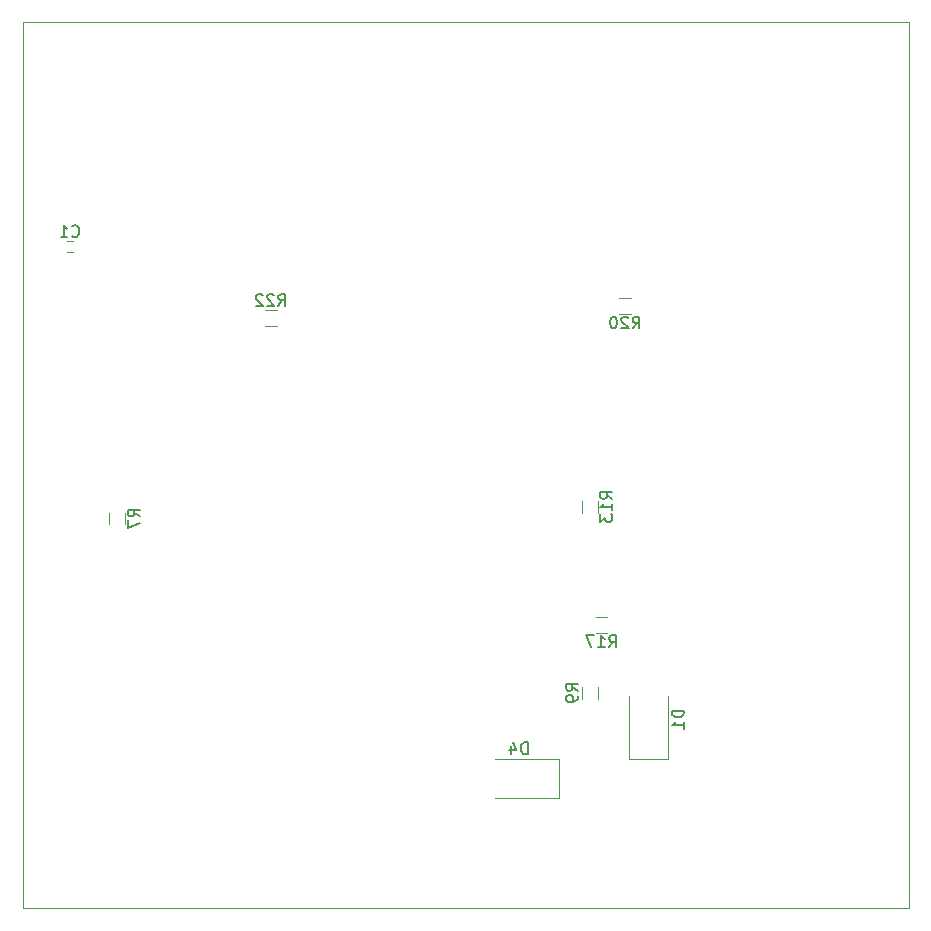
<source format=gbo>
G04 #@! TF.GenerationSoftware,KiCad,Pcbnew,(5.0.1)-3*
G04 #@! TF.CreationDate,2018-11-29T07:36:30-08:00*
G04 #@! TF.ProjectId,DashSight-Mezzanine-Card,4461736853696768742D4D657A7A616E,rev?*
G04 #@! TF.SameCoordinates,Original*
G04 #@! TF.FileFunction,Legend,Bot*
G04 #@! TF.FilePolarity,Positive*
%FSLAX46Y46*%
G04 Gerber Fmt 4.6, Leading zero omitted, Abs format (unit mm)*
G04 Created by KiCad (PCBNEW (5.0.1)-3) date 29/11/2018 7:36:30 AM*
%MOMM*%
%LPD*%
G01*
G04 APERTURE LIST*
%ADD10C,0.100000*%
%ADD11C,0.120000*%
%ADD12C,0.150000*%
G04 APERTURE END LIST*
D10*
X125000000Y-125000000D02*
X125000000Y-50000000D01*
X200000000Y-125000000D02*
X125000000Y-125000000D01*
X200000000Y-50000000D02*
X200000000Y-125000000D01*
X125000000Y-50000000D02*
X200000000Y-50000000D01*
D11*
G04 #@! TO.C,R9*
X173680000Y-107250000D02*
X173680000Y-106250000D01*
X172320000Y-106250000D02*
X172320000Y-107250000D01*
G04 #@! TO.C,C1*
X128750000Y-68530000D02*
X129250000Y-68530000D01*
X129250000Y-69470000D02*
X128750000Y-69470000D01*
G04 #@! TO.C,D4*
X170400000Y-112350000D02*
X170400000Y-115650000D01*
X170400000Y-115650000D02*
X165000000Y-115650000D01*
X170400000Y-112350000D02*
X165000000Y-112350000D01*
G04 #@! TO.C,D1*
X179650000Y-112400000D02*
X176350000Y-112400000D01*
X176350000Y-112400000D02*
X176350000Y-107000000D01*
X179650000Y-112400000D02*
X179650000Y-107000000D01*
G04 #@! TO.C,R20*
X176500000Y-73320000D02*
X175500000Y-73320000D01*
X175500000Y-74680000D02*
X176500000Y-74680000D01*
G04 #@! TO.C,R22*
X145500000Y-75680000D02*
X146500000Y-75680000D01*
X146500000Y-74320000D02*
X145500000Y-74320000D01*
G04 #@! TO.C,R13*
X172320000Y-90500000D02*
X172320000Y-91500000D01*
X173680000Y-91500000D02*
X173680000Y-90500000D01*
G04 #@! TO.C,R17*
X174500000Y-100320000D02*
X173500000Y-100320000D01*
X173500000Y-101680000D02*
X174500000Y-101680000D01*
G04 #@! TO.C,R7*
X132320000Y-91500000D02*
X132320000Y-92500000D01*
X133680000Y-92500000D02*
X133680000Y-91500000D01*
G04 #@! TD*
G04 #@! TO.C,R9*
D12*
X172002380Y-106583333D02*
X171526190Y-106250000D01*
X172002380Y-106011904D02*
X171002380Y-106011904D01*
X171002380Y-106392857D01*
X171050000Y-106488095D01*
X171097619Y-106535714D01*
X171192857Y-106583333D01*
X171335714Y-106583333D01*
X171430952Y-106535714D01*
X171478571Y-106488095D01*
X171526190Y-106392857D01*
X171526190Y-106011904D01*
X172002380Y-107059523D02*
X172002380Y-107250000D01*
X171954761Y-107345238D01*
X171907142Y-107392857D01*
X171764285Y-107488095D01*
X171573809Y-107535714D01*
X171192857Y-107535714D01*
X171097619Y-107488095D01*
X171050000Y-107440476D01*
X171002380Y-107345238D01*
X171002380Y-107154761D01*
X171050000Y-107059523D01*
X171097619Y-107011904D01*
X171192857Y-106964285D01*
X171430952Y-106964285D01*
X171526190Y-107011904D01*
X171573809Y-107059523D01*
X171621428Y-107154761D01*
X171621428Y-107345238D01*
X171573809Y-107440476D01*
X171526190Y-107488095D01*
X171430952Y-107535714D01*
G04 #@! TO.C,C1*
X129166666Y-68087142D02*
X129214285Y-68134761D01*
X129357142Y-68182380D01*
X129452380Y-68182380D01*
X129595238Y-68134761D01*
X129690476Y-68039523D01*
X129738095Y-67944285D01*
X129785714Y-67753809D01*
X129785714Y-67610952D01*
X129738095Y-67420476D01*
X129690476Y-67325238D01*
X129595238Y-67230000D01*
X129452380Y-67182380D01*
X129357142Y-67182380D01*
X129214285Y-67230000D01*
X129166666Y-67277619D01*
X128214285Y-68182380D02*
X128785714Y-68182380D01*
X128500000Y-68182380D02*
X128500000Y-67182380D01*
X128595238Y-67325238D01*
X128690476Y-67420476D01*
X128785714Y-67468095D01*
G04 #@! TO.C,D4*
X167738095Y-111952380D02*
X167738095Y-110952380D01*
X167500000Y-110952380D01*
X167357142Y-111000000D01*
X167261904Y-111095238D01*
X167214285Y-111190476D01*
X167166666Y-111380952D01*
X167166666Y-111523809D01*
X167214285Y-111714285D01*
X167261904Y-111809523D01*
X167357142Y-111904761D01*
X167500000Y-111952380D01*
X167738095Y-111952380D01*
X166309523Y-111285714D02*
X166309523Y-111952380D01*
X166547619Y-110904761D02*
X166785714Y-111619047D01*
X166166666Y-111619047D01*
G04 #@! TO.C,D1*
X180952380Y-108261904D02*
X179952380Y-108261904D01*
X179952380Y-108500000D01*
X180000000Y-108642857D01*
X180095238Y-108738095D01*
X180190476Y-108785714D01*
X180380952Y-108833333D01*
X180523809Y-108833333D01*
X180714285Y-108785714D01*
X180809523Y-108738095D01*
X180904761Y-108642857D01*
X180952380Y-108500000D01*
X180952380Y-108261904D01*
X180952380Y-109785714D02*
X180952380Y-109214285D01*
X180952380Y-109500000D02*
X179952380Y-109500000D01*
X180095238Y-109404761D01*
X180190476Y-109309523D01*
X180238095Y-109214285D01*
G04 #@! TO.C,R20*
X176642857Y-75902380D02*
X176976190Y-75426190D01*
X177214285Y-75902380D02*
X177214285Y-74902380D01*
X176833333Y-74902380D01*
X176738095Y-74950000D01*
X176690476Y-74997619D01*
X176642857Y-75092857D01*
X176642857Y-75235714D01*
X176690476Y-75330952D01*
X176738095Y-75378571D01*
X176833333Y-75426190D01*
X177214285Y-75426190D01*
X176261904Y-74997619D02*
X176214285Y-74950000D01*
X176119047Y-74902380D01*
X175880952Y-74902380D01*
X175785714Y-74950000D01*
X175738095Y-74997619D01*
X175690476Y-75092857D01*
X175690476Y-75188095D01*
X175738095Y-75330952D01*
X176309523Y-75902380D01*
X175690476Y-75902380D01*
X175071428Y-74902380D02*
X174976190Y-74902380D01*
X174880952Y-74950000D01*
X174833333Y-74997619D01*
X174785714Y-75092857D01*
X174738095Y-75283333D01*
X174738095Y-75521428D01*
X174785714Y-75711904D01*
X174833333Y-75807142D01*
X174880952Y-75854761D01*
X174976190Y-75902380D01*
X175071428Y-75902380D01*
X175166666Y-75854761D01*
X175214285Y-75807142D01*
X175261904Y-75711904D01*
X175309523Y-75521428D01*
X175309523Y-75283333D01*
X175261904Y-75092857D01*
X175214285Y-74997619D01*
X175166666Y-74950000D01*
X175071428Y-74902380D01*
G04 #@! TO.C,R22*
X146642857Y-74002380D02*
X146976190Y-73526190D01*
X147214285Y-74002380D02*
X147214285Y-73002380D01*
X146833333Y-73002380D01*
X146738095Y-73050000D01*
X146690476Y-73097619D01*
X146642857Y-73192857D01*
X146642857Y-73335714D01*
X146690476Y-73430952D01*
X146738095Y-73478571D01*
X146833333Y-73526190D01*
X147214285Y-73526190D01*
X146261904Y-73097619D02*
X146214285Y-73050000D01*
X146119047Y-73002380D01*
X145880952Y-73002380D01*
X145785714Y-73050000D01*
X145738095Y-73097619D01*
X145690476Y-73192857D01*
X145690476Y-73288095D01*
X145738095Y-73430952D01*
X146309523Y-74002380D01*
X145690476Y-74002380D01*
X145309523Y-73097619D02*
X145261904Y-73050000D01*
X145166666Y-73002380D01*
X144928571Y-73002380D01*
X144833333Y-73050000D01*
X144785714Y-73097619D01*
X144738095Y-73192857D01*
X144738095Y-73288095D01*
X144785714Y-73430952D01*
X145357142Y-74002380D01*
X144738095Y-74002380D01*
G04 #@! TO.C,R13*
X174902380Y-90357142D02*
X174426190Y-90023809D01*
X174902380Y-89785714D02*
X173902380Y-89785714D01*
X173902380Y-90166666D01*
X173950000Y-90261904D01*
X173997619Y-90309523D01*
X174092857Y-90357142D01*
X174235714Y-90357142D01*
X174330952Y-90309523D01*
X174378571Y-90261904D01*
X174426190Y-90166666D01*
X174426190Y-89785714D01*
X174902380Y-91309523D02*
X174902380Y-90738095D01*
X174902380Y-91023809D02*
X173902380Y-91023809D01*
X174045238Y-90928571D01*
X174140476Y-90833333D01*
X174188095Y-90738095D01*
X173902380Y-91642857D02*
X173902380Y-92261904D01*
X174283333Y-91928571D01*
X174283333Y-92071428D01*
X174330952Y-92166666D01*
X174378571Y-92214285D01*
X174473809Y-92261904D01*
X174711904Y-92261904D01*
X174807142Y-92214285D01*
X174854761Y-92166666D01*
X174902380Y-92071428D01*
X174902380Y-91785714D01*
X174854761Y-91690476D01*
X174807142Y-91642857D01*
G04 #@! TO.C,R17*
X174642857Y-102902380D02*
X174976190Y-102426190D01*
X175214285Y-102902380D02*
X175214285Y-101902380D01*
X174833333Y-101902380D01*
X174738095Y-101950000D01*
X174690476Y-101997619D01*
X174642857Y-102092857D01*
X174642857Y-102235714D01*
X174690476Y-102330952D01*
X174738095Y-102378571D01*
X174833333Y-102426190D01*
X175214285Y-102426190D01*
X173690476Y-102902380D02*
X174261904Y-102902380D01*
X173976190Y-102902380D02*
X173976190Y-101902380D01*
X174071428Y-102045238D01*
X174166666Y-102140476D01*
X174261904Y-102188095D01*
X173357142Y-101902380D02*
X172690476Y-101902380D01*
X173119047Y-102902380D01*
G04 #@! TO.C,R7*
X134902380Y-91833333D02*
X134426190Y-91500000D01*
X134902380Y-91261904D02*
X133902380Y-91261904D01*
X133902380Y-91642857D01*
X133950000Y-91738095D01*
X133997619Y-91785714D01*
X134092857Y-91833333D01*
X134235714Y-91833333D01*
X134330952Y-91785714D01*
X134378571Y-91738095D01*
X134426190Y-91642857D01*
X134426190Y-91261904D01*
X133902380Y-92166666D02*
X133902380Y-92833333D01*
X134902380Y-92404761D01*
G04 #@! TD*
M02*

</source>
